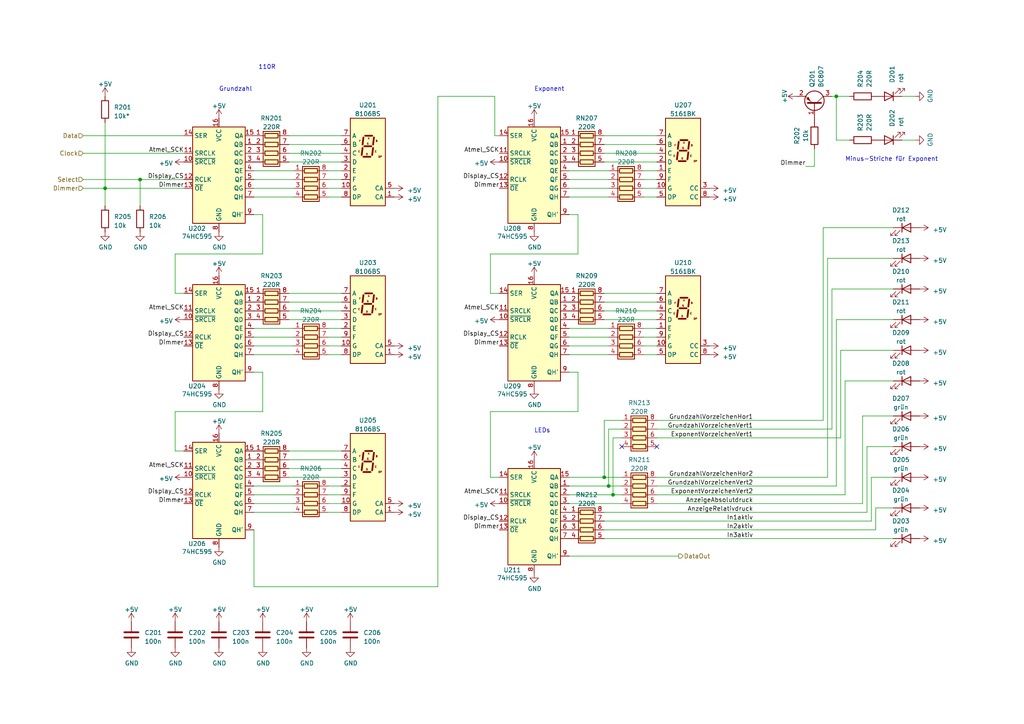
<source format=kicad_sch>
(kicad_sch (version 20230121) (generator eeschema)
  (paper "A4")
  (title_block (title "LED-Anzeigen und Einzelleds, dimmbar") (date "2023-01-10") (rev "0.1") (company "Institut für theoretischen Igorismus") (comment 1 "Philipp Hörauf") (comment 2 "Sven Schneider"))
  (lib_symbols
    (symbol "74xx:74HC595"
      (property "Reference" "U" (at -7.62 13.97 0))
      (property "Value" "74HC595" (at -7.62 -16.51 0))
      (symbol "74HC595_1_0"
        (pin tri_state line (at 10.16 7.62 180) (length 2.54) (name "QB") (number "1"))
        (pin input line (at -10.16 2.54 0) (length 2.54) (name "~{SRCLR}") (number "10"))
        (pin input line (at -10.16 5.08 0) (length 2.54) (name "SRCLK") (number "11"))
        (pin input line (at -10.16 -2.54 0) (length 2.54) (name "RCLK") (number "12"))
        (pin input line (at -10.16 -5.08 0) (length 2.54) (name "~{OE}") (number "13"))
        (pin input line (at -10.16 10.16 0) (length 2.54) (name "SER") (number "14"))
        (pin tri_state line (at 10.16 10.16 180) (length 2.54) (name "QA") (number "15"))
        (pin power_in line (at 0 15.24 270) (length 2.54) (name "VCC") (number "16"))
        (pin tri_state line (at 10.16 5.08 180) (length 2.54) (name "QC") (number "2"))
        (pin tri_state line (at 10.16 2.54 180) (length 2.54) (name "QD") (number "3"))
        (pin tri_state line (at 10.16 0 180) (length 2.54) (name "QE") (number "4"))
        (pin tri_state line (at 10.16 -2.54 180) (length 2.54) (name "QF") (number "5"))
        (pin tri_state line (at 10.16 -5.08 180) (length 2.54) (name "QG") (number "6"))
        (pin tri_state line (at 10.16 -7.62 180) (length 2.54) (name "QH") (number "7"))
        (pin power_in line (at 0 -17.78 90) (length 2.54) (name "GND") (number "8"))
        (pin output line (at 10.16 -12.7 180) (length 2.54) (name "QH'") (number "9"))
      )
      (symbol "74HC595_1_1"
        (rectangle (start -7.62 12.7) (end 7.62 -15.24) (stroke (width 0.254)) (fill (type background)))
      )
    )
    (symbol "Device:C" (pin_numbers hide) (pin_names (offset 0.254))
      (property "Reference" "C" (at 0.635 2.54 0))
      (property "Value" "C" (at 0.635 -2.54 0))
      (symbol "C_0_1"
        (polyline (pts (xy -2.032 -0.762) (xy 2.032 -0.762)) (stroke (width 0.508)))
        (polyline (pts (xy -2.032 0.762) (xy 2.032 0.762)) (stroke (width 0.508)))
      )
      (symbol "C_1_1"
        (pin passive line (at 0 3.81 270) (length 2.794) (name "~") (number "1"))
        (pin passive line (at 0 -3.81 90) (length 2.794) (name "~") (number "2"))
      )
    )
    (symbol "Device:LED" (pin_numbers hide) (pin_names (offset 1.016) hide)
      (property "Reference" "D" (at 0 2.54 0))
      (property "Value" "LED" (at 0 -2.54 0))
      (symbol "LED_0_1"
        (polyline (pts (xy -1.27 -1.27) (xy -1.27 1.27)) (stroke (width 0.254)))
        (polyline (pts (xy -1.27 0) (xy 1.27 0)))
        (polyline (pts (xy 1.27 -1.27) (xy 1.27 1.27) (xy -1.27 0) (xy 1.27 -1.27)) (stroke (width 0.254)))
        (polyline (pts (xy -3.048 -0.762) (xy -4.572 -2.286) (xy -3.81 -2.286) (xy -4.572 -2.286) (xy -4.572 -1.524)))
        (polyline (pts (xy -1.778 -0.762) (xy -3.302 -2.286) (xy -2.54 -2.286) (xy -3.302 -2.286) (xy -3.302 -1.524)))
      )
      (symbol "LED_1_1"
        (pin passive line (at -3.81 0 0) (length 2.54) (name "K") (number "1"))
        (pin passive line (at 3.81 0 180) (length 2.54) (name "A") (number "2"))
      )
    )
    (symbol "Device:R" (pin_numbers hide) (pin_names (offset 0))
      (property "Reference" "R" (at 2.032 0 90))
      (property "Value" "R" (at 0 0 90))
      (symbol "R_0_1"
        (rectangle (start -1.016 -2.54) (end 1.016 2.54) (stroke (width 0.254)))
      )
      (symbol "R_1_1"
        (pin passive line (at 0 3.81 270) (length 1.27) (name "~") (number "1"))
        (pin passive line (at 0 -3.81 90) (length 1.27) (name "~") (number "2"))
      )
    )
    (symbol "Device:R_Pack04" (pin_names (offset 0) hide)
      (property "Reference" "RN" (at -7.62 0 90))
      (property "Value" "R_Pack04" (at 5.08 0 90))
      (symbol "R_Pack04_0_1"
        (rectangle (start -6.35 -2.413) (end 3.81 2.413) (stroke (width 0.254)) (fill (type background)))
        (rectangle (start -5.715 1.905) (end -4.445 -1.905) (stroke (width 0.254)))
        (rectangle (start -3.175 1.905) (end -1.905 -1.905) (stroke (width 0.254)))
        (rectangle (start -0.635 1.905) (end 0.635 -1.905) (stroke (width 0.254)))
        (polyline (pts (xy -5.08 -2.54) (xy -5.08 -1.905)))
        (polyline (pts (xy -5.08 1.905) (xy -5.08 2.54)))
        (polyline (pts (xy -2.54 -2.54) (xy -2.54 -1.905)))
        (polyline (pts (xy -2.54 1.905) (xy -2.54 2.54)))
        (polyline (pts (xy 0 -2.54) (xy 0 -1.905)))
        (polyline (pts (xy 0 1.905) (xy 0 2.54)))
        (polyline (pts (xy 2.54 -2.54) (xy 2.54 -1.905)))
        (polyline (pts (xy 2.54 1.905) (xy 2.54 2.54)))
        (rectangle (start 1.905 1.905) (end 3.175 -1.905) (stroke (width 0.254)))
      )
      (symbol "R_Pack04_1_1"
        (pin passive line (at -5.08 -5.08 90) (length 2.54) (name "R1.1") (number "1"))
        (pin passive line (at -2.54 -5.08 90) (length 2.54) (name "R2.1") (number "2"))
        (pin passive line (at 0 -5.08 90) (length 2.54) (name "R3.1") (number "3"))
        (pin passive line (at 2.54 -5.08 90) (length 2.54) (name "R4.1") (number "4"))
        (pin passive line (at 2.54 5.08 270) (length 2.54) (name "R4.2") (number "5"))
        (pin passive line (at 0 5.08 270) (length 2.54) (name "R3.2") (number "6"))
        (pin passive line (at -2.54 5.08 270) (length 2.54) (name "R2.2") (number "7"))
        (pin passive line (at -5.08 5.08 270) (length 2.54) (name "R1.2") (number "8"))
      )
    )
    (symbol "Display_Character:D168K"
      (property "Reference" "U" (at -2.54 13.97 0))
      (property "Value" "D168K" (at 1.27 13.97 0))
      (symbol "D168K_0_0"
        (text "A" (at 0.254 5.588 0) (effects (font (size 0.508 0.508))))
        (text "B" (at 2.54 4.826 0) (effects (font (size 0.508 0.508))))
        (text "C" (at 2.286 1.778 0) (effects (font (size 0.508 0.508))))
        (text "D" (at -0.254 1.016 0) (effects (font (size 0.508 0.508))))
        (text "DP" (at 3.556 0.254 0) (effects (font (size 0.508 0.508))))
        (text "E" (at -2.54 1.778 0) (effects (font (size 0.508 0.508))))
        (text "F" (at -2.286 4.826 0) (effects (font (size 0.508 0.508))))
        (text "G" (at 0 4.064 0) (effects (font (size 0.508 0.508))))
      )
      (symbol "D168K_0_1"
        (rectangle (start -5.08 12.7) (end 5.08 -12.7) (stroke (width 0.254)) (fill (type background)))
        (polyline (pts (xy -1.524 2.794) (xy -1.778 0.762)) (stroke (width 0.508)))
        (polyline (pts (xy -1.27 0.254) (xy 0.762 0.254)) (stroke (width 0.508)))
        (polyline (pts (xy -1.27 5.842) (xy -1.524 3.81)) (stroke (width 0.508)))
        (polyline (pts (xy -1.016 3.302) (xy 1.016 3.302)) (stroke (width 0.508)))
        (polyline (pts (xy -0.762 6.35) (xy 1.27 6.35)) (stroke (width 0.508)))
        (polyline (pts (xy 1.524 2.794) (xy 1.27 0.762)) (stroke (width 0.508)))
        (polyline (pts (xy 1.778 5.842) (xy 1.524 3.81)) (stroke (width 0.508)))
        (polyline (pts (xy 2.54 0.254) (xy 2.54 0.254)) (stroke (width 0.508)))
      )
      (symbol "D168K_1_1"
        (pin input line (at -7.62 -2.54 0) (length 2.54) (name "E") (number "1"))
        (pin input line (at -7.62 -7.62 0) (length 2.54) (name "G") (number "10"))
        (pin input line (at -7.62 0 0) (length 2.54) (name "D") (number "2"))
        (pin input line (at 7.62 -7.62 180) (length 2.54) (name "CC") (number "3"))
        (pin input line (at -7.62 2.54 0) (length 2.54) (name "C") (number "4"))
        (pin input line (at -7.62 -10.16 0) (length 2.54) (name "DP") (number "5"))
        (pin input line (at -7.62 5.08 0) (length 2.54) (name "B") (number "6"))
        (pin input line (at -7.62 7.62 0) (length 2.54) (name "A") (number "7"))
        (pin input line (at 7.62 -10.16 180) (length 2.54) (name "CC") (number "8"))
        (pin input line (at -7.62 -5.08 0) (length 2.54) (name "F") (number "9"))
      )
    )
    (symbol "Display_Character:SA15-11EWA"
      (property "Reference" "U" (at 0 16.51 0))
      (property "Value" "SA15-11EWA" (at 0 13.97 0))
      (symbol "SA15-11EWA_1_0"
        (text "A" (at 0.254 6.858 0) (effects (font (size 0.508 0.508))))
        (text "B" (at 2.54 6.096 0) (effects (font (size 0.508 0.508))))
        (text "C" (at 2.286 3.048 0) (effects (font (size 0.508 0.508))))
        (text "D" (at -0.254 2.286 0) (effects (font (size 0.508 0.508))))
        (text "DP" (at 3.556 1.524 0) (effects (font (size 0.508 0.508))))
        (text "E" (at -2.54 3.048 0) (effects (font (size 0.508 0.508))))
        (text "F" (at -2.286 6.096 0) (effects (font (size 0.508 0.508))))
        (text "G" (at 0 5.334 0) (effects (font (size 0.508 0.508))))
      )
      (symbol "SA15-11EWA_1_1"
        (rectangle (start -5.08 12.7) (end 5.08 -12.7) (stroke (width 0.254)) (fill (type background)))
        (polyline (pts (xy -1.524 4.064) (xy -1.778 2.032)) (stroke (width 0.508)))
        (polyline (pts (xy -1.27 1.524) (xy 0.762 1.524)) (stroke (width 0.508)))
        (polyline (pts (xy -1.27 7.112) (xy -1.524 5.08)) (stroke (width 0.508)))
        (polyline (pts (xy -1.016 4.572) (xy 1.016 4.572)) (stroke (width 0.508)))
        (polyline (pts (xy -0.762 7.62) (xy 1.27 7.62)) (stroke (width 0.508)))
        (polyline (pts (xy 1.524 4.064) (xy 1.27 2.032)) (stroke (width 0.508)))
        (polyline (pts (xy 1.778 7.112) (xy 1.524 5.08)) (stroke (width 0.508)))
        (polyline (pts (xy 2.54 1.524) (xy 2.54 1.524)) (stroke (width 0.508)))
        (pin input line (at 7.62 -10.16 180) (length 2.54) (name "CA") (number "1"))
        (pin input line (at -7.62 -7.62 0) (length 2.54) (name "G") (number "10"))
        (pin input line (at -7.62 -2.54 0) (length 2.54) (name "E") (number "2"))
        (pin input line (at -7.62 0 0) (length 2.54) (name "D") (number "3"))
        (pin input line (at -7.62 2.54 0) (length 2.54) (name "C") (number "4"))
        (pin input line (at 7.62 -7.62 180) (length 2.54) (name "CA") (number "5"))
        (pin input line (at -7.62 5.08 0) (length 2.54) (name "B") (number "6"))
        (pin input line (at -7.62 7.62 0) (length 2.54) (name "A") (number "7"))
        (pin input line (at -7.62 -10.16 0) (length 2.54) (name "DP") (number "8"))
        (pin input line (at -7.62 -5.08 0) (length 2.54) (name "F") (number "9"))
      )
    )
    (symbol "Transistor_BJT:BC807" (pin_names (offset 0) hide)
      (property "Reference" "Q" (at 5.08 1.905 0))
      (property "Value" "BC807" (at 5.08 0 0))
      (symbol "BC807_0_1"
        (polyline (pts (xy 0.635 0.635) (xy 2.54 2.54)))
        (polyline (pts (xy 0.635 -0.635) (xy 2.54 -2.54) (xy 2.54 -2.54)))
        (polyline (pts (xy 0.635 1.905) (xy 0.635 -1.905) (xy 0.635 -1.905)) (stroke (width 0.508)))
        (polyline (pts (xy 2.286 -1.778) (xy 1.778 -2.286) (xy 1.27 -1.27) (xy 2.286 -1.778) (xy 2.286 -1.778)) (fill (type outline)))
        (circle (center 1.27 0) (radius 2.8194) (stroke (width 0.254)))
      )
      (symbol "BC807_1_1"
        (pin input line (at -5.08 0 0) (length 5.715) (name "B") (number "1"))
        (pin passive line (at 2.54 -5.08 90) (length 2.54) (name "E") (number "2"))
        (pin passive line (at 2.54 5.08 270) (length 2.54) (name "C") (number "3"))
      )
    )
    (symbol "power:+5V" (power) (pin_names (offset 0))
      (property "Value" "+5V" (at 0 3.556 0))
      (symbol "+5V_0_1"
        (polyline (pts (xy -0.762 1.27) (xy 0 2.54)))
        (polyline (pts (xy 0 0) (xy 0 2.54)))
        (polyline (pts (xy 0 2.54) (xy 0.762 1.27)))
      )
      (symbol "+5V_1_1"
        (pin power_in line (at 0 0 90) (length 0) hide (name "+5V") (number "1"))
      )
    )
    (symbol "power:GND" (power) (pin_names (offset 0))
      (property "Value" "GND" (at 0 -3.81 0))
      (symbol "GND_0_1"
        (polyline (pts (xy 0 0) (xy 0 -1.27) (xy 1.27 -1.27) (xy 0 -2.54) (xy -1.27 -1.27) (xy 0 -1.27)))
      )
      (symbol "GND_1_1"
        (pin power_in line (at 0 0 270) (length 0) hide (name "GND") (number "1"))
      )
    )
  )
  (junction (at 176.53 140.97))
  (junction (at 177.8 143.51))
  (junction (at 30.48 54.61))
  (junction (at 40.64 52.07))
  (junction (at 242.57 27.94))
  (junction (at 175.26 138.43))
  (no_connect (at 190.5 129.54))
  (no_connect (at 180.34 129.54))
  (wire (pts (xy 177.8 143.51) (xy 165.1 143.51)))
  (wire (pts (xy 127 27.94) (xy 127 170.18)))
  (wire (pts (xy 241.3 83.82) (xy 259.08 83.82)))
  (wire (pts (xy 241.3 124.46) (xy 241.3 83.82)))
  (wire (pts (xy 95.25 143.51) (xy 99.06 143.51)))
  (wire (pts (xy 30.48 54.61) (xy 30.48 59.69)))
  (wire (pts (xy 83.82 130.81) (xy 99.06 130.81)))
  (wire (pts (xy 76.2 62.23) (xy 76.2 73.66)))
  (wire (pts (xy 186.69 97.79) (xy 190.5 97.79)))
  (wire (pts (xy 175.26 121.92) (xy 175.26 138.43)))
  (wire (pts (xy 180.34 124.46) (xy 176.53 124.46)))
  (wire (pts (xy 40.64 52.07) (xy 40.64 59.69)))
  (wire (pts (xy 167.64 107.95) (xy 165.1 107.95)))
  (wire (pts (xy 242.57 27.94) (xy 241.3 27.94)))
  (wire (pts (xy 242.57 92.71) (xy 259.08 92.71)))
  (wire (pts (xy 142.24 73.66) (xy 167.64 73.66)))
  (wire (pts (xy 245.11 143.51) (xy 245.11 110.49)))
  (wire (pts (xy 186.69 54.61) (xy 190.5 54.61)))
  (wire (pts (xy 83.82 39.37) (xy 99.06 39.37)))
  (wire (pts (xy 177.8 127) (xy 177.8 143.51)))
  (wire (pts (xy 95.25 148.59) (xy 99.06 148.59)))
  (wire (pts (xy 175.26 148.59) (xy 251.46 148.59)))
  (wire (pts (xy 165.1 49.53) (xy 176.53 49.53)))
  (wire (pts (xy 242.57 140.97) (xy 242.57 92.71)))
  (wire (pts (xy 176.53 124.46) (xy 176.53 140.97)))
  (wire (pts (xy 233.68 48.26) (xy 236.22 48.26)))
  (wire (pts (xy 83.82 133.35) (xy 99.06 133.35)))
  (wire (pts (xy 186.69 100.33) (xy 190.5 100.33)))
  (wire (pts (xy 167.64 119.38) (xy 167.64 107.95)))
  (wire (pts (xy 252.73 138.43) (xy 259.08 138.43)))
  (wire (pts (xy 83.82 135.89) (xy 99.06 135.89)))
  (wire (pts (xy 250.19 146.05) (xy 250.19 120.65)))
  (wire (pts (xy 165.1 57.15) (xy 176.53 57.15)))
  (wire (pts (xy 261.62 27.94) (xy 265.43 27.94)))
  (wire (pts (xy 186.69 57.15) (xy 190.5 57.15)))
  (wire (pts (xy 167.64 62.23) (xy 165.1 62.23)))
  (wire (pts (xy 127 27.94) (xy 143.51 27.94)))
  (wire (pts (xy 180.34 143.51) (xy 177.8 143.51)))
  (wire (pts (xy 236.22 48.26) (xy 236.22 43.18)))
  (wire (pts (xy 175.26 41.91) (xy 190.5 41.91)))
  (wire (pts (xy 190.5 143.51) (xy 245.11 143.51)))
  (wire (pts (xy 180.34 127) (xy 177.8 127)))
  (wire (pts (xy 95.25 49.53) (xy 99.06 49.53)))
  (wire (pts (xy 175.26 46.99) (xy 190.5 46.99)))
  (wire (pts (xy 165.1 54.61) (xy 176.53 54.61)))
  (wire (pts (xy 50.8 85.09) (xy 53.34 85.09)))
  (wire (pts (xy 242.57 40.64) (xy 242.57 27.94)))
  (wire (pts (xy 242.57 27.94) (xy 246.38 27.94)))
  (wire (pts (xy 240.03 138.43) (xy 240.03 74.93)))
  (wire (pts (xy 76.2 119.38) (xy 76.2 107.95)))
  (wire (pts (xy 243.84 101.6) (xy 259.08 101.6)))
  (wire (pts (xy 24.13 54.61) (xy 30.48 54.61)))
  (wire (pts (xy 252.73 151.13) (xy 252.73 138.43)))
  (wire (pts (xy 243.84 127) (xy 243.84 101.6)))
  (wire (pts (xy 175.26 44.45) (xy 190.5 44.45)))
  (wire (pts (xy 50.8 73.66) (xy 76.2 73.66)))
  (wire (pts (xy 83.82 87.63) (xy 99.06 87.63)))
  (wire (pts (xy 40.64 52.07) (xy 53.34 52.07)))
  (wire (pts (xy 73.66 102.87) (xy 85.09 102.87)))
  (wire (pts (xy 95.25 102.87) (xy 99.06 102.87)))
  (wire (pts (xy 73.66 97.79) (xy 85.09 97.79)))
  (wire (pts (xy 190.5 138.43) (xy 240.03 138.43)))
  (wire (pts (xy 190.5 121.92) (xy 238.76 121.92)))
  (wire (pts (xy 175.26 138.43) (xy 165.1 138.43)))
  (wire (pts (xy 175.26 156.21) (xy 259.08 156.21)))
  (wire (pts (xy 76.2 107.95) (xy 73.66 107.95)))
  (wire (pts (xy 143.51 27.94) (xy 143.51 39.37)))
  (wire (pts (xy 24.13 44.45) (xy 53.34 44.45)))
  (wire (pts (xy 50.8 73.66) (xy 50.8 85.09)))
  (wire (pts (xy 73.66 146.05) (xy 85.09 146.05)))
  (wire (pts (xy 142.24 119.38) (xy 167.64 119.38)))
  (wire (pts (xy 73.66 54.61) (xy 85.09 54.61)))
  (wire (pts (xy 180.34 121.92) (xy 175.26 121.92)))
  (wire (pts (xy 83.82 92.71) (xy 99.06 92.71)))
  (wire (pts (xy 165.1 161.29) (xy 196.85 161.29)))
  (wire (pts (xy 30.48 54.61) (xy 53.34 54.61)))
  (wire (pts (xy 83.82 41.91) (xy 99.06 41.91)))
  (wire (pts (xy 180.34 146.05) (xy 165.1 146.05)))
  (wire (pts (xy 165.1 97.79) (xy 176.53 97.79)))
  (wire (pts (xy 165.1 52.07) (xy 176.53 52.07)))
  (wire (pts (xy 186.69 95.25) (xy 190.5 95.25)))
  (wire (pts (xy 190.5 124.46) (xy 241.3 124.46)))
  (wire (pts (xy 73.66 100.33) (xy 85.09 100.33)))
  (wire (pts (xy 254 147.32) (xy 259.08 147.32)))
  (wire (pts (xy 142.24 85.09) (xy 144.78 85.09)))
  (wire (pts (xy 251.46 148.59) (xy 251.46 129.54)))
  (wire (pts (xy 95.25 54.61) (xy 99.06 54.61)))
  (wire (pts (xy 175.26 90.17) (xy 190.5 90.17)))
  (wire (pts (xy 83.82 138.43) (xy 99.06 138.43)))
  (wire (pts (xy 142.24 119.38) (xy 142.24 138.43)))
  (wire (pts (xy 180.34 140.97) (xy 176.53 140.97)))
  (wire (pts (xy 245.11 110.49) (xy 259.08 110.49)))
  (wire (pts (xy 186.69 102.87) (xy 190.5 102.87)))
  (wire (pts (xy 95.25 57.15) (xy 99.06 57.15)))
  (wire (pts (xy 53.34 130.81) (xy 50.8 130.81)))
  (wire (pts (xy 95.25 140.97) (xy 99.06 140.97)))
  (wire (pts (xy 76.2 62.23) (xy 73.66 62.23)))
  (wire (pts (xy 95.25 52.07) (xy 99.06 52.07)))
  (wire (pts (xy 83.82 46.99) (xy 99.06 46.99)))
  (wire (pts (xy 238.76 121.92) (xy 238.76 66.04)))
  (wire (pts (xy 250.19 120.65) (xy 259.08 120.65)))
  (wire (pts (xy 73.66 148.59) (xy 85.09 148.59)))
  (wire (pts (xy 83.82 90.17) (xy 99.06 90.17)))
  (wire (pts (xy 246.38 40.64) (xy 242.57 40.64)))
  (wire (pts (xy 238.76 66.04) (xy 259.08 66.04)))
  (wire (pts (xy 73.66 170.18) (xy 127 170.18)))
  (wire (pts (xy 73.66 57.15) (xy 85.09 57.15)))
  (wire (pts (xy 175.26 151.13) (xy 252.73 151.13)))
  (wire (pts (xy 95.25 100.33) (xy 99.06 100.33)))
  (wire (pts (xy 175.26 87.63) (xy 190.5 87.63)))
  (wire (pts (xy 142.24 138.43) (xy 144.78 138.43)))
  (wire (pts (xy 142.24 73.66) (xy 142.24 85.09)))
  (wire (pts (xy 261.62 40.64) (xy 265.43 40.64)))
  (wire (pts (xy 165.1 100.33) (xy 176.53 100.33)))
  (wire (pts (xy 73.66 95.25) (xy 85.09 95.25)))
  (wire (pts (xy 83.82 85.09) (xy 99.06 85.09)))
  (wire (pts (xy 24.13 39.37) (xy 53.34 39.37)))
  (wire (pts (xy 190.5 127) (xy 243.84 127)))
  (wire (pts (xy 254 153.67) (xy 254 147.32)))
  (wire (pts (xy 73.66 153.67) (xy 73.66 170.18)))
  (wire (pts (xy 165.1 95.25) (xy 176.53 95.25)))
  (wire (pts (xy 186.69 49.53) (xy 190.5 49.53)))
  (wire (pts (xy 73.66 140.97) (xy 85.09 140.97)))
  (wire (pts (xy 95.25 95.25) (xy 99.06 95.25)))
  (wire (pts (xy 175.26 92.71) (xy 190.5 92.71)))
  (wire (pts (xy 83.82 44.45) (xy 99.06 44.45)))
  (wire (pts (xy 186.69 52.07) (xy 190.5 52.07)))
  (wire (pts (xy 167.64 73.66) (xy 167.64 62.23)))
  (wire (pts (xy 73.66 49.53) (xy 85.09 49.53)))
  (wire (pts (xy 180.34 138.43) (xy 175.26 138.43)))
  (wire (pts (xy 143.51 39.37) (xy 144.78 39.37)))
  (wire (pts (xy 190.5 140.97) (xy 242.57 140.97)))
  (wire (pts (xy 175.26 85.09) (xy 190.5 85.09)))
  (wire (pts (xy 240.03 74.93) (xy 259.08 74.93)))
  (wire (pts (xy 165.1 102.87) (xy 176.53 102.87)))
  (wire (pts (xy 251.46 129.54) (xy 259.08 129.54)))
  (wire (pts (xy 73.66 52.07) (xy 85.09 52.07)))
  (wire (pts (xy 73.66 143.51) (xy 85.09 143.51)))
  (wire (pts (xy 176.53 140.97) (xy 165.1 140.97)))
  (wire (pts (xy 175.26 153.67) (xy 254 153.67)))
  (wire (pts (xy 95.25 97.79) (xy 99.06 97.79)))
  (wire (pts (xy 175.26 39.37) (xy 190.5 39.37)))
  (wire (pts (xy 190.5 146.05) (xy 250.19 146.05)))
  (wire (pts (xy 50.8 130.81) (xy 50.8 119.38)))
  (wire (pts (xy 95.25 146.05) (xy 99.06 146.05)))
  (wire (pts (xy 50.8 119.38) (xy 76.2 119.38)))
  (wire (pts (xy 24.13 52.07) (xy 40.64 52.07)))
  (wire (pts (xy 30.48 35.56) (xy 30.48 54.61)))
  (text "Exponent" (at 154.94 26.67 0) (effects (font (size 1.27 1.27)) (justify left bottom)))
  (text "Minus-Striche für Exponent" (at 245.11 46.99 0) (effects (font (size 1.27 1.27)) (justify left bottom)))
  (text "110R" (at 80.01 20.32 0) (effects (font (size 1.27 1.27)) (justify right bottom)))
  (text "LEDs" (at 154.94 125.73 0) (effects (font (size 1.27 1.27)) (justify left bottom)))
  (text "Grundzahl" (at 63.5 26.67 0) (effects (font (size 1.27 1.27)) (justify left bottom)))
  (label "Atmel_SCK" (at 53.34 135.89 180))
  (label "Display_CS" (at 144.78 52.07 180))
  (label "GrundzahlVorzeichenVert2" (at 218.44 140.97 180))
  (label "Atmel_SCK" (at 144.78 44.45 180))
  (label "GrundzahlVorzeichenHor1" (at 218.44 121.92 180))
  (label "Dimmer" (at 144.78 153.67 180))
  (label "Dimmer" (at 144.78 54.61 180))
  (label "Atmel_SCK" (at 53.34 90.17 180))
  (label "AnzeigeRelativdruck" (at 218.44 148.59 180))
  (label "Dimmer" (at 53.34 100.33 180))
  (label "Dimmer" (at 53.34 146.05 180))
  (label "Dimmer" (at 144.78 100.33 180))
  (label "Display_CS" (at 53.34 52.07 180))
  (label "Display_CS" (at 53.34 97.79 180))
  (label "ExponentVorzeichenVert1" (at 218.44 127 180))
  (label "Atmel_SCK" (at 144.78 90.17 180))
  (label "Display_CS" (at 144.78 151.13 180))
  (label "AnzeigeAbsolutdruck" (at 218.44 146.05 180))
  (label "ExponentVorzeichenVert2" (at 218.44 143.51 180))
  (label "In2aktiv" (at 218.44 153.67 180))
  (label "GrundzahlVorzeichenVert1" (at 218.44 124.46 180))
  (label "Display_CS" (at 53.34 143.51 180))
  (label "GrundzahlVorzeichenHor2" (at 218.44 138.43 180))
  (label "Atmel_SCK" (at 144.78 143.51 180))
  (label "In1aktiv" (at 218.44 151.13 180))
  (label "Atmel_SCK" (at 53.34 44.45 180))
  (label "Dimmer" (at 53.34 54.61 180))
  (label "In3aktiv" (at 218.44 156.21 180))
  (label "Display_CS" (at 144.78 97.79 180))
  (label "Dimmer" (at 233.68 48.26 180))
  (hierarchical_label "Clock" (shape input) (at 24.13 44.45 180))
  (hierarchical_label "DataOut" (shape output) (at 196.85 161.29 0))
  (hierarchical_label "Data" (shape input) (at 24.13 39.37 180))
  (hierarchical_label "Dimmer" (shape input) (at 24.13 54.61 180))
  (hierarchical_label "Select" (shape input) (at 24.13 52.07 180))
  (symbol (lib_id "Device:LED") (at 262.89 92.71 0) (unit 1)
    (property "Reference" "D211" (at 261.3025 87.63 0))
    (property "Value" "rot" (at 261.3025 90.17 0))
    (property "Footprint" "LED_THT:LED_Rectangular_W3.0mm_H2.0mm" (effects hide))
  )
  (symbol (lib_id "power:+5V") (at 154.94 133.35 0) (unit 1)
    (property "Reference" "#PWR0245" (effects hide))
    (property "Value" "+5V" (at 154.94 129.8026 0))
  )
  (symbol (lib_id "power:+5V") (at 63.5 125.73 0) (unit 1)
    (property "Reference" "#PWR0116" (effects hide))
    (property "Value" "+5V" (at 63.5 122.1826 0))
  )
  (symbol (lib_id "power:+5V") (at 114.3 148.59 270) (unit 1)
    (property "Reference" "#PWR0253" (effects hide))
    (property "Value" "+5V" (at 118.11 149.225 90) (effects (justify left)))
  )
  (symbol (lib_id "power:+5V") (at 76.2 180.34 0) (unit 1)
    (property "Reference" "#PWR0251" (effects hide))
    (property "Value" "+5V" (at 76.2 176.7926 0))
  )
  (symbol (lib_id "Display_Character:SA15-11EWA") (at 106.68 46.99 0) (unit 1)
    (property "Reference" "U201" (at 106.68 30.48 0))
    (property "Value" "8106BS" (at 106.68 33.02 0))
    (property "Footprint" "board:8106BS" (effects hide))
  )
  (symbol (lib_id "power:GND") (at 101.6 187.96 0) (unit 1)
    (property "Reference" "#PWR0254" (effects hide))
    (property "Value" "GND" (at 101.727 192.3542 0))
  )
  (symbol (lib_id "power:+5V") (at 266.7 92.71 270) (unit 1)
    (property "Reference" "#PWR0213" (effects hide))
    (property "Value" "+5V" (at 270.51 93.345 90) (effects (justify left)))
  )
  (symbol (lib_id "power:+5V") (at 63.5 80.01 0) (unit 1)
    (property "Reference" "#PWR0140" (effects hide))
    (property "Value" "+5V" (at 63.5 76.4626 0))
  )
  (symbol (lib_id "74xx:74HC595") (at 154.94 49.53 0) (unit 1)
    (property "Reference" "U208" (at 148.59 66.2686 0))
    (property "Value" "74HC595" (at 148.59 68.58 0))
    (property "Footprint" "Package_SO:SOIC-16_3.9x9.9mm_P1.27mm" (effects hide))
    (property "Datasheet" "http://www.ti.com/lit/ds/symlink/sn74hc595.pdf" (effects hide))
  )
  (symbol (lib_id "power:+5V") (at 266.7 101.6 270) (unit 1)
    (property "Reference" "#PWR0219" (effects hide))
    (property "Value" "+5V" (at 270.51 102.235 90) (effects (justify left)))
  )
  (symbol (lib_id "power:+5V") (at 38.1 180.34 0) (unit 1)
    (property "Reference" "#PWR0239" (effects hide))
    (property "Value" "+5V" (at 38.1 176.7926 0))
  )
  (symbol (lib_id "74xx:74HC595") (at 63.5 95.25 0) (unit 1)
    (property "Reference" "U204" (at 57.15 111.9886 0))
    (property "Value" "74HC595" (at 57.15 114.3 0))
    (property "Footprint" "Package_SO:SOIC-16_3.9x9.9mm_P1.27mm" (effects hide))
    (property "Datasheet" "http://www.ti.com/lit/ds/symlink/sn74hc595.pdf" (effects hide))
  )
  (symbol (lib_id "power:+5V") (at 63.5 34.29 0) (unit 1)
    (property "Reference" "#PWR0235" (effects hide))
    (property "Value" "+5V" (at 63.5 30.7426 0))
  )
  (symbol (lib_id "power:GND") (at 50.8 187.96 0) (unit 1)
    (property "Reference" "#PWR0218" (effects hide))
    (property "Value" "GND" (at 50.927 192.3542 0))
  )
  (symbol (lib_id "power:+5V") (at 114.3 146.05 270) (unit 1)
    (property "Reference" "#PWR0252" (effects hide))
    (property "Value" "+5V" (at 118.11 146.685 90) (effects (justify left)))
  )
  (symbol (lib_id "Device:R_Pack04") (at 90.17 54.61 270) (unit 1)
    (property "Reference" "RN202" (at 90.17 44.45 90))
    (property "Value" "220R" (at 90.17 46.99 90))
    (property "Footprint" "Resistor_SMD:R_Array_Convex_4x1206" (effects hide))
    (property "Datasheet" "https://www.yageo.com/upload/media/product/productsearch/datasheet/rchip/PYu-YC_TC_group_51_RoHS_L_9.pdf" (effects hide))
    (property "Digikey" "YC164J-220CT-ND" (effects hide))
  )
  (symbol (lib_id "Device:R_Pack04") (at 170.18 153.67 270) (unit 1)
    (property "Reference" "RN212" (at 170.18 143.51 90))
    (property "Value" "220R" (at 170.18 146.05 90))
    (property "Footprint" "Resistor_SMD:R_Array_Convex_4x1206" (effects hide))
    (property "Datasheet" "https://www.yageo.com/upload/media/product/productsearch/datasheet/rchip/PYu-YC_TC_group_51_RoHS_L_9.pdf" (effects hide))
    (property "Digikey" "YC164J-220CT-ND" (effects hide))
  )
  (symbol (lib_id "power:GND") (at 265.43 40.64 90) (unit 1)
    (property "Reference" "#PWR0224" (effects hide))
    (property "Value" "GND" (at 269.8242 40.513 0))
  )
  (symbol (lib_id "Device:LED") (at 262.89 110.49 0) (unit 1)
    (property "Reference" "D208" (at 261.3025 105.41 0))
    (property "Value" "rot" (at 261.3025 107.95 0))
    (property "Footprint" "LED_THT:LED_Rectangular_W3.0mm_H2.0mm" (effects hide))
  )
  (symbol (lib_id "74xx:74HC595") (at 154.94 95.25 0) (unit 1)
    (property "Reference" "U209" (at 148.59 111.9886 0))
    (property "Value" "74HC595" (at 148.59 114.3 0))
    (property "Footprint" "Package_SO:SOIC-16_3.9x9.9mm_P1.27mm" (effects hide))
    (property "Datasheet" "http://www.ti.com/lit/ds/symlink/sn74hc595.pdf" (effects hide))
  )
  (symbol (lib_id "Device:R_Pack04") (at 78.74 135.89 270) (unit 1)
    (property "Reference" "RN205" (at 78.74 125.73 90))
    (property "Value" "220R" (at 78.74 128.27 90))
    (property "Footprint" "Resistor_SMD:R_Array_Convex_4x1206" (effects hide))
    (property "Datasheet" "https://www.yageo.com/upload/media/product/productsearch/datasheet/rchip/PYu-YC_TC_group_51_RoHS_L_9.pdf" (effects hide))
    (property "Digikey" "YC164J-220CT-ND" (effects hide))
  )
  (symbol (lib_id "power:+5V") (at 266.7 138.43 270) (unit 1)
    (property "Reference" "#PWR0216" (effects hide))
    (property "Value" "+5V" (at 270.51 139.065 90) (effects (justify left)))
  )
  (symbol (lib_id "power:GND") (at 30.48 67.31 0) (unit 1)
    (property "Reference" "#PWR0260" (effects hide))
    (property "Value" "GND" (at 30.607 71.7042 0))
  )
  (symbol (lib_id "power:+5V") (at 205.74 54.61 270) (unit 1)
    (property "Reference" "#PWR0227" (effects hide))
    (property "Value" "+5V" (at 209.55 55.245 90) (effects (justify left)))
  )
  (symbol (lib_id "Display_Character:D168K") (at 198.12 46.99 0) (unit 1)
    (property "Reference" "U207" (at 198.12 30.48 0))
    (property "Value" "5161BK" (at 198.12 33.02 0))
    (property "Footprint" "Display_7Segment:D1X8K" (effects hide))
  )
  (symbol (lib_id "Device:R_Pack04") (at 78.74 44.45 270) (unit 1)
    (property "Reference" "RN201" (at 78.74 34.29 90))
    (property "Value" "220R" (at 78.74 36.83 90))
    (property "Footprint" "Resistor_SMD:R_Array_Convex_4x1206" (effects hide))
    (property "Datasheet" "https://www.yageo.com/upload/media/product/productsearch/datasheet/rchip/PYu-YC_TC_group_51_RoHS_L_9.pdf" (effects hide))
    (property "Digikey" "YC164J-220CT-ND" (effects hide))
  )
  (symbol (lib_id "power:+5V") (at 88.9 180.34 0) (unit 1)
    (property "Reference" "#PWR0250" (effects hide))
    (property "Value" "+5V" (at 88.9 176.7926 0))
  )
  (symbol (lib_id "power:GND") (at 40.64 67.31 0) (unit 1)
    (property "Reference" "#PWR0261" (effects hide))
    (property "Value" "GND" (at 40.767 71.7042 0))
  )
  (symbol (lib_id "Device:R_Pack04") (at 181.61 100.33 270) (unit 1)
    (property "Reference" "RN210" (at 181.61 90.17 90))
    (property "Value" "220R" (at 181.61 92.71 90))
    (property "Footprint" "Resistor_SMD:R_Array_Convex_4x1206" (effects hide))
    (property "Datasheet" "https://www.yageo.com/upload/media/product/productsearch/datasheet/rchip/PYu-YC_TC_group_51_RoHS_L_9.pdf" (effects hide))
    (property "Digikey" "YC164J-220CT-ND" (effects hide))
  )
  (symbol (lib_id "Device:R") (at 250.19 40.64 270) (unit 1)
    (property "Reference" "R203" (at 249.555 38.1 0) (effects (justify right)))
    (property "Value" "220R" (at 252.095 38.1 0) (effects (justify right)))
    (property "Footprint" "Resistor_SMD:R_0603_1608Metric" (effects hide))
  )
  (symbol (lib_id "Device:LED") (at 262.89 120.65 0) (unit 1)
    (property "Reference" "D207" (at 261.3025 115.57 0))
    (property "Value" "grün" (at 261.3025 118.11 0))
    (property "Footprint" "LED_THT:LED_D5.0mm" (effects hide))
  )
  (symbol (lib_id "Device:LED") (at 262.89 74.93 0) (unit 1)
    (property "Reference" "D213" (at 261.3025 69.85 0))
    (property "Value" "rot" (at 261.3025 72.39 0))
    (property "Footprint" "LED_THT:LED_Rectangular_W3.0mm_H2.0mm" (effects hide))
  )
  (symbol (lib_id "power:+5V") (at 30.48 27.94 0) (unit 1)
    (property "Reference" "#PWR0259" (effects hide))
    (property "Value" "+5V" (at 30.48 24.3926 0))
  )
  (symbol (lib_id "power:+5V") (at 114.3 57.15 270) (unit 1)
    (property "Reference" "#PWR0236" (effects hide))
    (property "Value" "+5V" (at 118.11 57.785 90) (effects (justify left)))
  )
  (symbol (lib_id "Device:R_Pack04") (at 90.17 100.33 270) (unit 1)
    (property "Reference" "RN204" (at 90.17 90.17 90))
    (property "Value" "220R" (at 90.17 92.71 90))
    (property "Footprint" "Resistor_SMD:R_Array_Convex_4x1206" (effects hide))
    (property "Datasheet" "https://www.yageo.com/upload/media/product/productsearch/datasheet/rchip/PYu-YC_TC_group_51_RoHS_L_9.pdf" (effects hide))
    (property "Digikey" "YC164J-220CT-ND" (effects hide))
  )
  (symbol (lib_id "power:+5V") (at 154.94 34.29 0) (unit 1)
    (property "Reference" "#PWR0230" (effects hide))
    (property "Value" "+5V" (at 154.94 30.7426 0))
  )
  (symbol (lib_id "Display_Character:SA15-11EWA") (at 106.68 138.43 0) (unit 1)
    (property "Reference" "U205" (at 106.68 121.92 0))
    (property "Value" "8106BS" (at 106.68 124.46 0))
    (property "Footprint" "board:8106BS" (effects hide))
  )
  (symbol (lib_id "power:+5V") (at 114.3 100.33 270) (unit 1)
    (property "Reference" "#PWR0247" (effects hide))
    (property "Value" "+5V" (at 118.11 100.965 90) (effects (justify left)))
  )
  (symbol (lib_id "power:GND") (at 38.1 187.96 0) (unit 1)
    (property "Reference" "#PWR0241" (effects hide))
    (property "Value" "GND" (at 38.227 192.3542 0))
  )
  (symbol (lib_id "power:+5V") (at 144.78 46.99 90) (unit 1)
    (property "Reference" "#PWR0220" (effects hide))
    (property "Value" "+5V" (at 141.605 47.3785 90) (effects (justify left)))
  )
  (symbol (lib_id "power:+5V") (at 231.14 27.94 90) (unit 1)
    (property "Reference" "#PWR0228" (effects hide))
    (property "Value" "+5V" (at 227.5926 27.94 0))
  )
  (symbol (lib_id "power:+5V") (at 266.7 66.04 270) (unit 1)
    (property "Reference" "#PWR0142" (effects hide))
    (property "Value" "+5V" (at 270.51 66.675 90) (effects (justify left)))
  )
  (symbol (lib_id "Device:LED") (at 262.89 156.21 0) (unit 1)
    (property "Reference" "D203" (at 261.3025 151.13 0))
    (property "Value" "grün" (at 261.3025 153.67 0))
    (property "Footprint" "LED_THT:LED_D5.0mm" (effects hide))
  )
  (symbol (lib_id "power:+5V") (at 266.7 74.93 270) (unit 1)
    (property "Reference" "#PWR0210" (effects hide))
    (property "Value" "+5V" (at 270.51 75.565 90) (effects (justify left)))
  )
  (symbol (lib_id "power:+5V") (at 144.78 92.71 90) (unit 1)
    (property "Reference" "#PWR0233" (effects hide))
    (property "Value" "+5V" (at 141.605 93.0985 90) (effects (justify left)))
  )
  (symbol (lib_id "power:+5V") (at 266.7 110.49 270) (unit 1)
    (property "Reference" "#PWR0217" (effects hide))
    (property "Value" "+5V" (at 270.51 111.125 90) (effects (justify left)))
  )
  (symbol (lib_id "Device:R_Pack04") (at 181.61 54.61 270) (unit 1)
    (property "Reference" "RN208" (at 181.61 44.45 90))
    (property "Value" "220R" (at 181.61 46.99 90))
    (property "Footprint" "Resistor_SMD:R_Array_Convex_4x1206" (effects hide))
    (property "Datasheet" "https://www.yageo.com/upload/media/product/productsearch/datasheet/rchip/PYu-YC_TC_group_51_RoHS_L_9.pdf" (effects hide))
    (property "Digikey" "YC164J-220CT-ND" (effects hide))
  )
  (symbol (lib_id "power:GND") (at 265.43 27.94 90) (unit 1)
    (property "Reference" "#PWR0229" (effects hide))
    (property "Value" "GND" (at 269.8242 27.813 0))
  )
  (symbol (lib_id "Device:C") (at 101.6 184.15 0) (unit 1)
    (property "Reference" "C206" (at 105.41 183.515 0) (effects (justify left)))
    (property "Value" "100n" (at 105.41 186.055 0) (effects (justify left)))
    (property "Footprint" "Resistor_SMD:R_0603_1608Metric" (effects hide))
  )
  (symbol (lib_id "power:+5V") (at 114.3 54.61 270) (unit 1)
    (property "Reference" "#PWR0237" (effects hide))
    (property "Value" "+5V" (at 118.11 55.245 90) (effects (justify left)))
  )
  (symbol (lib_id "Transistor_BJT:BC807") (at 236.22 30.48 270) (mirror x) (unit 1)
    (property "Reference" "Q201" (at 235.585 25.4 0) (effects (justify left)))
    (property "Value" "BC807" (at 238.125 25.4 0) (effects (justify left)))
    (property "Footprint" "Package_TO_SOT_SMD:SOT-23" (effects hide))
    (property "Datasheet" "https://www.onsemi.com/pub/Collateral/BC808-D.pdf" (effects hide))
  )
  (symbol (lib_id "power:GND") (at 154.94 67.31 0) (unit 1)
    (property "Reference" "#PWR0231" (effects hide))
    (property "Value" "GND" (at 155.067 71.7042 0))
  )
  (symbol (lib_id "Device:LED") (at 262.89 66.04 0) (unit 1)
    (property "Reference" "D212" (at 261.3025 60.96 0))
    (property "Value" "rot" (at 261.3025 63.5 0))
    (property "Footprint" "LED_THT:LED_Rectangular_W3.0mm_H2.0mm" (effects hide))
  )
  (symbol (lib_id "Device:R_Pack04") (at 170.18 44.45 270) (unit 1)
    (property "Reference" "RN207" (at 170.18 34.29 90))
    (property "Value" "220R" (at 170.18 36.83 90))
    (property "Footprint" "Resistor_SMD:R_Array_Convex_4x1206" (effects hide))
    (property "Datasheet" "https://www.yageo.com/upload/media/product/productsearch/datasheet/rchip/PYu-YC_TC_group_51_RoHS_L_9.pdf" (effects hide))
    (property "Digikey" "YC164J-220CT-ND" (effects hide))
  )
  (symbol (lib_id "power:+5V") (at 101.6 180.34 0) (unit 1)
    (property "Reference" "#PWR0249" (effects hide))
    (property "Value" "+5V" (at 101.6 176.7926 0))
  )
  (symbol (lib_id "Device:R_Pack04") (at 185.42 127 270) (unit 1)
    (property "Reference" "RN213" (at 185.42 116.84 90))
    (property "Value" "220R" (at 185.42 119.38 90))
    (property "Footprint" "Resistor_SMD:R_Array_Convex_4x1206" (effects hide))
    (property "Datasheet" "https://www.yageo.com/upload/media/product/productsearch/datasheet/rchip/PYu-YC_TC_group_51_RoHS_L_9.pdf" (effects hide))
    (property "Digikey" "YC164J-220CT-ND" (effects hide))
  )
  (symbol (lib_id "power:+5V") (at 266.7 147.32 270) (unit 1)
    (property "Reference" "#PWR0222" (effects hide))
    (property "Value" "+5V" (at 270.51 147.955 90) (effects (justify left)))
  )
  (symbol (lib_id "power:GND") (at 63.5 187.96 0) (unit 1)
    (property "Reference" "#PWR0243" (effects hide))
    (property "Value" "GND" (at 63.627 192.3542 0))
  )
  (symbol (lib_id "Device:C") (at 50.8 184.15 0) (unit 1)
    (property "Reference" "C202" (at 54.61 183.515 0) (effects (justify left)))
    (property "Value" "100n" (at 54.61 186.055 0) (effects (justify left)))
    (property "Footprint" "Resistor_SMD:R_0603_1608Metric" (effects hide))
  )
  (symbol (lib_id "Device:LED") (at 262.89 101.6 0) (unit 1)
    (property "Reference" "D209" (at 261.3025 96.52 0))
    (property "Value" "rot" (at 261.3025 99.06 0))
    (property "Footprint" "LED_THT:LED_Rectangular_W3.0mm_H2.0mm" (effects hide))
  )
  (symbol (lib_id "Device:R") (at 40.64 63.5 0) (unit 1)
    (property "Reference" "R206" (at 43.18 62.865 0) (effects (justify left)))
    (property "Value" "10k" (at 43.18 65.405 0) (effects (justify left)))
    (property "Footprint" "Resistor_SMD:R_0603_1608Metric" (effects hide))
  )
  (symbol (lib_id "Device:LED") (at 262.89 138.43 0) (unit 1)
    (property "Reference" "D205" (at 261.3025 133.35 0))
    (property "Value" "grün" (at 261.3025 135.89 0))
    (property "Footprint" "LED_THT:LED_D5.0mm" (effects hide))
  )
  (symbol (lib_id "power:GND") (at 154.94 113.03 0) (unit 1)
    (property "Reference" "#PWR0246" (effects hide))
    (property "Value" "GND" (at 155.067 117.4242 0))
  )
  (symbol (lib_id "Device:LED") (at 262.89 147.32 0) (unit 1)
    (property "Reference" "D204" (at 261.3025 142.24 0))
    (property "Value" "grün" (at 261.3025 144.78 0))
    (property "Footprint" "LED_THT:LED_D5.0mm" (effects hide))
  )
  (symbol (lib_id "Display_Character:SA15-11EWA") (at 106.68 92.71 0) (unit 1)
    (property "Reference" "U203" (at 106.68 76.2 0))
    (property "Value" "8106BS" (at 106.68 78.74 0))
    (property "Footprint" "board:8106BS" (effects hide))
  )
  (symbol (lib_id "Device:C") (at 88.9 184.15 0) (unit 1)
    (property "Reference" "C205" (at 92.71 183.515 0) (effects (justify left)))
    (property "Value" "100n" (at 92.71 186.055 0) (effects (justify left)))
    (property "Footprint" "Resistor_SMD:R_0603_1608Metric" (effects hide))
  )
  (symbol (lib_id "power:GND") (at 154.94 166.37 0) (unit 1)
    (property "Reference" "#PWR0257" (effects hide))
    (property "Value" "GND" (at 155.067 170.7642 0))
  )
  (symbol (lib_id "power:+5V") (at 205.74 102.87 270) (unit 1)
    (property "Reference" "#PWR0225" (effects hide))
    (property "Value" "+5V" (at 209.55 103.505 90) (effects (justify left)))
  )
  (symbol (lib_id "Device:R") (at 236.22 39.37 180) (unit 1)
    (property "Reference" "R202" (at 231.14 39.37 90))
    (property "Value" "10k" (at 233.68 39.37 90))
    (property "Footprint" "Resistor_SMD:R_0603_1608Metric" (effects hide))
  )
  (symbol (lib_id "power:+5V") (at 144.78 146.05 90) (unit 1)
    (property "Reference" "#PWR0258" (effects hide))
    (property "Value" "+5V" (at 141.605 146.4385 90) (effects (justify left)))
  )
  (symbol (lib_id "Device:R") (at 30.48 31.75 0) (unit 1)
    (property "Reference" "R201" (at 33.02 31.115 0) (effects (justify left)))
    (property "Value" "10k*" (at 33.02 33.655 0) (effects (justify left)))
    (property "Footprint" "Resistor_SMD:R_0603_1608Metric" (effects hide))
  )
  (symbol (lib_id "power:+5V") (at 114.3 102.87 270) (unit 1)
    (property "Reference" "#PWR0248" (effects hide))
    (property "Value" "+5V" (at 118.11 103.505 90) (effects (justify left)))
  )
  (symbol (lib_id "Device:R") (at 250.19 27.94 270) (unit 1)
    (property "Reference" "R204" (at 249.555 25.4 0) (effects (justify right)))
    (property "Value" "220R" (at 252.095 25.4 0) (effects (justify right)))
    (property "Footprint" "Resistor_SMD:R_0603_1608Metric" (effects hide))
  )
  (symbol (lib_id "Device:LED") (at 257.81 40.64 180) (unit 1)
    (property "Reference" "D202" (at 258.7625 36.83 90) (effects (justify right)))
    (property "Value" "rot" (at 261.3025 36.83 90) (effects (justify right)))
    (property "Footprint" "LED_THT:LED_Rectangular_W3.0mm_H2.0mm" (effects hide))
  )
  (symbol (lib_id "power:+5V") (at 205.74 57.15 270) (unit 1)
    (property "Reference" "#PWR0226" (effects hide))
    (property "Value" "+5V" (at 209.55 57.785 90) (effects (justify left)))
  )
  (symbol (lib_id "74xx:74HC595") (at 63.5 49.53 0) (unit 1)
    (property "Reference" "U202" (at 57.15 66.2686 0))
    (property "Value" "74HC595" (at 57.15 68.58 0))
    (property "Footprint" "Package_SO:SOIC-16_3.9x9.9mm_P1.27mm" (effects hide))
    (property "Datasheet" "http://www.ti.com/lit/ds/symlink/sn74hc595.pdf" (effects hide))
  )
  (symbol (lib_id "power:GND") (at 63.5 67.31 0) (unit 1)
    (property "Reference" "#PWR0206" (effects hide))
    (property "Value" "GND" (at 63.627 71.7042 0))
  )
  (symbol (lib_id "Device:R_Pack04") (at 78.74 90.17 270) (unit 1)
    (property "Reference" "RN203" (at 78.74 80.01 90))
    (property "Value" "220R" (at 78.74 82.55 90))
    (property "Footprint" "Resistor_SMD:R_Array_Convex_4x1206" (effects hide))
    (property "Datasheet" "https://www.yageo.com/upload/media/product/productsearch/datasheet/rchip/PYu-YC_TC_group_51_RoHS_L_9.pdf" (effects hide))
    (property "Digikey" "YC164J-220CT-ND" (effects hide))
  )
  (symbol (lib_id "power:+5V") (at 53.34 138.43 90) (unit 1)
    (property "Reference" "#PWR0214" (effects hide))
    (property "Value" "+5V" (at 50.165 138.8185 90) (effects (justify left)))
  )
  (symbol (lib_id "power:+5V") (at 266.7 120.65 270) (unit 1)
    (property "Reference" "#PWR0221" (effects hide))
    (property "Value" "+5V" (at 270.51 121.285 90) (effects (justify left)))
  )
  (symbol (lib_id "power:+5V") (at 205.74 100.33 270) (unit 1)
    (property "Reference" "#PWR0141" (effects hide))
    (property "Value" "+5V" (at 209.55 100.965 90) (effects (justify left)))
  )
  (symbol (lib_id "power:GND") (at 63.5 158.75 0) (unit 1)
    (property "Reference" "#PWR0242" (effects hide))
    (property "Value" "GND" (at 63.627 163.1442 0))
  )
  (symbol (lib_id "power:+5V") (at 53.34 92.71 90) (unit 1)
    (property "Reference" "#PWR0234" (effects hide))
    (property "Value" "+5V" (at 50.165 93.0985 90) (effects (justify left)))
  )
  (symbol (lib_id "Display_Character:D168K") (at 198.12 92.71 0) (unit 1)
    (property "Reference" "U210" (at 198.12 76.2 0))
    (property "Value" "5161BK" (at 198.12 78.74 0))
    (property "Footprint" "Display_7Segment:D1X8K" (effects hide))
  )
  (symbol (lib_id "Device:R") (at 30.48 63.5 0) (unit 1)
    (property "Reference" "R205" (at 33.02 62.865 0) (effects (justify left)))
    (property "Value" "10k" (at 33.02 65.405 0) (effects (justify left)))
    (property "Footprint" "Resistor_SMD:R_0603_1608Metric" (effects hide))
  )
  (symbol (lib_id "power:+5V") (at 50.8 180.34 0) (unit 1)
    (property "Reference" "#PWR0240" (effects hide))
    (property "Value" "+5V" (at 50.8 176.7926 0))
  )
  (symbol (lib_id "Device:C") (at 38.1 184.15 0) (unit 1)
    (property "Reference" "C201" (at 41.91 183.515 0) (effects (justify left)))
    (property "Value" "100n" (at 41.91 186.055 0) (effects (justify left)))
    (property "Footprint" "Resistor_SMD:R_0603_1608Metric" (effects hide))
  )
  (symbol (lib_id "power:GND") (at 76.2 187.96 0) (unit 1)
    (property "Reference" "#PWR0256" (effects hide))
    (property "Value" "GND" (at 76.327 192.3542 0))
  )
  (symbol (lib_id "Device:LED") (at 262.89 83.82 0) (unit 1)
    (property "Reference" "D210" (at 261.3025 78.74 0))
    (property "Value" "rot" (at 261.3025 81.28 0))
    (property "Footprint" "LED_THT:LED_Rectangular_W3.0mm_H2.0mm" (effects hide))
  )
  (symbol (lib_id "power:+5V") (at 53.34 46.99 90) (unit 1)
    (property "Reference" "#PWR0202" (effects hide))
    (property "Value" "+5V" (at 50.165 47.3785 90) (effects (justify left)))
  )
  (symbol (lib_id "Device:R_Pack04") (at 90.17 146.05 270) (unit 1)
    (property "Reference" "RN206" (at 90.17 135.89 90))
    (property "Value" "220R" (at 90.17 138.43 90))
    (property "Footprint" "Resistor_SMD:R_Array_Convex_4x1206" (effects hide))
    (property "Datasheet" "https://www.yageo.com/upload/media/product/productsearch/datasheet/rchip/PYu-YC_TC_group_51_RoHS_L_9.pdf" (effects hide))
    (property "Digikey" "YC164J-220CT-ND" (effects hide))
  )
  (symbol (lib_id "power:+5V") (at 266.7 156.21 270) (unit 1)
    (property "Reference" "#PWR0223" (effects hide))
    (property "Value" "+5V" (at 270.51 156.845 90) (effects (justify left)))
  )
  (symbol (lib_id "power:+5V") (at 266.7 129.54 270) (unit 1)
    (property "Reference" "#PWR0215" (effects hide))
    (property "Value" "+5V" (at 270.51 130.175 90) (effects (justify left)))
  )
  (symbol (lib_id "Device:C") (at 63.5 184.15 0) (unit 1)
    (property "Reference" "C203" (at 67.31 183.515 0) (effects (justify left)))
    (property "Value" "100n" (at 67.31 186.055 0) (effects (justify left)))
    (property "Footprint" "Resistor_SMD:R_0603_1608Metric" (effects hide))
  )
  (symbol (lib_id "74xx:74HC595") (at 154.94 148.59 0) (unit 1)
    (property "Reference" "U211" (at 148.59 165.3286 0))
    (property "Value" "74HC595" (at 148.59 167.64 0))
    (property "Footprint" "Package_SO:SOIC-16_3.9x9.9mm_P1.27mm" (effects hide))
    (property "Datasheet" "http://www.ti.com/lit/ds/symlink/sn74hc595.pdf" (effects hide))
  )
  (symbol (lib_id "Device:LED") (at 257.81 27.94 180) (unit 1)
    (property "Reference" "D201" (at 258.7625 24.13 90) (effects (justify right)))
    (property "Value" "rot" (at 261.3025 24.13 90) (effects (justify right)))
    (property "Footprint" "LED_THT:LED_Rectangular_W3.0mm_H2.0mm" (effects hide))
  )
  (symbol (lib_id "74xx:74HC595") (at 63.5 140.97 0) (unit 1)
    (property "Reference" "U206" (at 57.15 157.7086 0))
    (property "Value" "74HC595" (at 57.15 160.02 0))
    (property "Footprint" "Package_SO:SOIC-16_3.9x9.9mm_P1.27mm" (effects hide))
    (property "Datasheet" "http://www.ti.com/lit/ds/symlink/sn74hc595.pdf" (effects hide))
  )
  (symbol (lib_id "power:GND") (at 63.5 113.03 0) (unit 1)
    (property "Reference" "#PWR0238" (effects hide))
    (property "Value" "GND" (at 63.627 117.4242 0))
  )
  (symbol (lib_id "power:+5V") (at 154.94 80.01 0) (unit 1)
    (property "Reference" "#PWR0232" (effects hide))
    (property "Value" "+5V" (at 154.94 76.4626 0))
  )
  (symbol (lib_id "Device:LED") (at 262.89 129.54 0) (unit 1)
    (property "Reference" "D206" (at 261.3025 124.46 0))
    (property "Value" "grün" (at 261.3025 127 0))
    (property "Footprint" "LED_THT:LED_D5.0mm" (effects hide))
  )
  (symbol (lib_id "power:+5V") (at 266.7 83.82 270) (unit 1)
    (property "Reference" "#PWR0211" (effects hide))
    (property "Value" "+5V" (at 270.51 84.455 90) (effects (justify left)))
  )
  (symbol (lib_id "Device:R_Pack04") (at 185.42 143.51 270) (unit 1)
    (property "Reference" "RN211" (at 185.42 133.35 90))
    (property "Value" "220R" (at 185.42 135.89 90))
    (property "Footprint" "Resistor_SMD:R_Array_Convex_4x1206" (effects hide))
    (property "Datasheet" "https://www.yageo.com/upload/media/product/productsearch/datasheet/rchip/PYu-YC_TC_group_51_RoHS_L_9.pdf" (effects hide))
    (property "Digikey" "YC164J-220CT-ND" (effects hide))
  )
  (symbol (lib_id "Device:R_Pack04") (at 170.18 90.17 270) (unit 1)
    (property "Reference" "RN209" (at 170.18 80.01 90))
    (property "Value" "220R" (at 170.18 82.55 90))
    (property "Footprint" "Resistor_SMD:R_Array_Convex_4x1206" (effects hide))
    (property "Datasheet" "https://www.yageo.com/upload/media/product/productsearch/datasheet/rchip/PYu-YC_TC_group_51_RoHS_L_9.pdf" (effects hide))
    (property "Digikey" "YC164J-220CT-ND" (effects hide))
  )
  (symbol (lib_id "Device:C") (at 76.2 184.15 0) (unit 1)
    (property "Reference" "C204" (at 80.01 183.515 0) (effects (justify left)))
    (property "Value" "100n" (at 80.01 186.055 0) (effects (justify left)))
    (property "Footprint" "Resistor_SMD:R_0603_1608Metric" (effects hide))
  )
  (symbol (lib_id "power:+5V") (at 63.5 180.34 0) (unit 1)
    (property "Reference" "#PWR0244" (effects hide))
    (property "Value" "+5V" (at 63.5 176.7926 0))
  )
  (symbol (lib_id "power:GND") (at 88.9 187.96 0) (unit 1)
    (property "Reference" "#PWR0255" (effects hide))
    (property "Value" "GND" (at 89.027 192.3542 0))
  )
)
</source>
